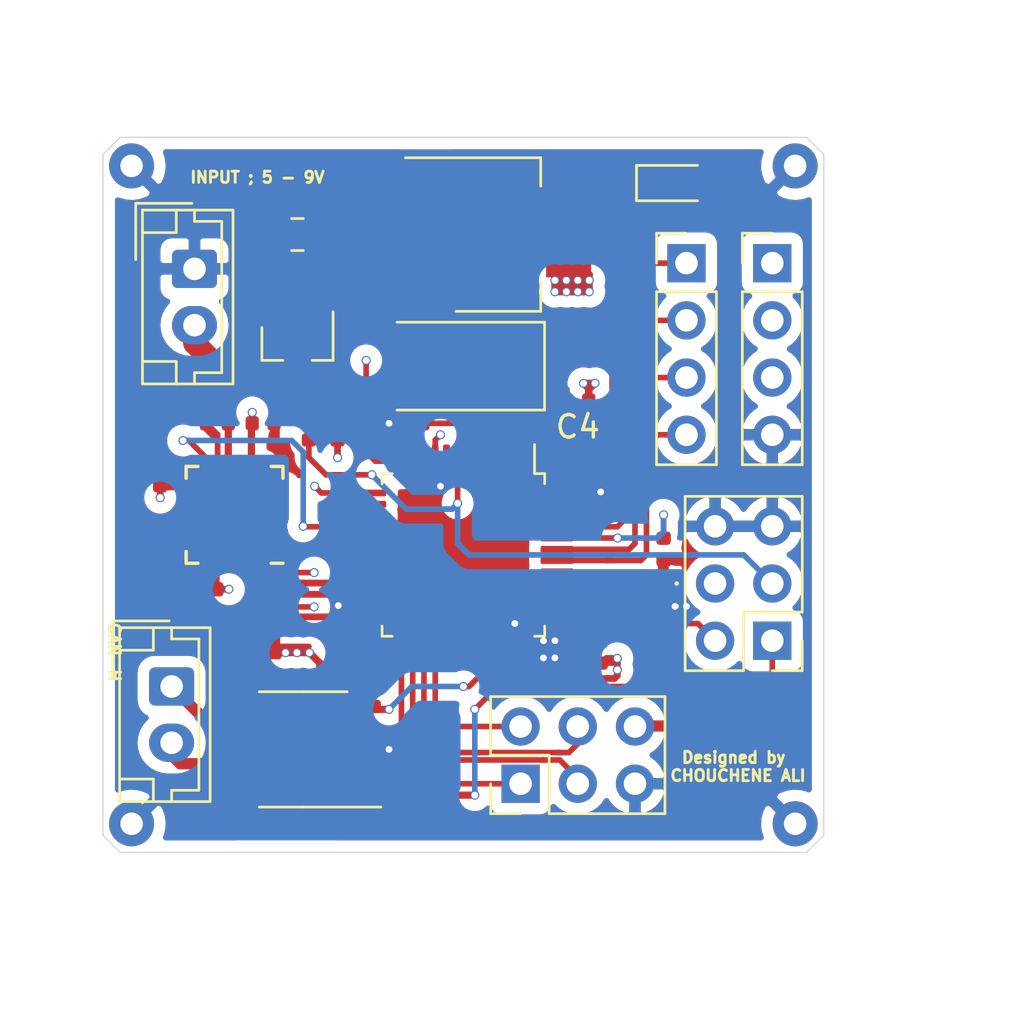
<source format=kicad_pcb>
(kicad_pcb (version 20171130) (host pcbnew "(5.1.6)-1")
  (layers (0 F.Cu signal) (1 In1.Cu signal) (2 In2.Cu signal) (31 B.Cu signal) (34 B.Paste user) (35 F.Paste user) (36 B.SilkS user) (37 F.SilkS user) (38 B.Mask user) (39 F.Mask user) (44 Edge.Cuts user))
  (net 0 "")
  (net 1 GND)
  (net 2 "Net-(C1-Pad1)")
  (net 3 v1)
  (net 4 NRST)
  (net 5 "Net-(C13-Pad1)")
  (net 6 "Net-(C14-Pad1)")
  (net 7 XTAL_IN)
  (net 8 XTAL_OUT)
  (net 9 "Net-(D1-Pad2)")
  (net 10 "Net-(D2-Pad2)")
  (net 11 +9V)
  (net 12 SWDIO)
  (net 13 SWCLK)
  (net 14 USART2_TX)
  (net 15 USART2_RX)
  (net 16 MOSI)
  (net 17 MISO)
  (net 18 SCK)
  (net 19 SS)
  (net 20 IO0)
  (net 21 IO1)
  (net 22 IO3)
  (net 23 "Net-(J6-Pad1)")
  (net 24 "Net-(J6-Pad2)")
  (net 25 SDA)
  (net 26 SCL)
  (net 27 "Net-(R3-Pad1)")
  (net 28 BOOT)
  (net 29 CAN_RX)
  (net 30 CAN_TX)
  (net 31 INT)
  (net 32 IO2)
  (net 33 PB4)
  (net 34 PA15)
  (module MountingHole:MountingHole_2.2mm_M2_DIN965_Pad (layer F.Cu) (at 99.314 73.66)
    (fp_text reference H4)
    (fp_text value GND)
    (pad 1 thru_hole circle (at 0 0) (size 2 2) (drill 1) (layers *.Cu *.Mask) (net 1 GND))
  )
  (module MountingHole:MountingHole_2.2mm_M2_DIN965_Pad (layer F.Cu) (at 128.778 102.87)
    (fp_text reference H3)
    (fp_text value GND)
    (pad 1 thru_hole circle (at 0 0) (size 2 2) (drill 1) (layers *.Cu *.Mask) (net 1 GND))
  )
  (module MountingHole:MountingHole_2.2mm_M2_DIN965_Pad (layer F.Cu) (at 128.778 73.66)
    (fp_text reference H2)
    (fp_text value GND)
    (pad 1 thru_hole circle (at 0 0) (size 2 2) (drill 1) (layers *.Cu *.Mask) (net 1 GND))
  )
  (module MountingHole:MountingHole_2.2mm_M2_DIN965_Pad (layer F.Cu) (at 99.314 102.87)
    (fp_text reference H1)
    (fp_text value GND)
    (pad 1 thru_hole circle (at 0 0) (size 2 2) (drill 1) (layers *.Cu *.Mask) (net 1 GND))
  )
  (module Capacitor_SMD:C_0805_2012Metric_Pad1.15x1.40mm_HandSolder (layer F.Cu) (at 106.68 76.708)
    (fp_text reference C1)
    (fp_text value 100nF)
    (pad 2 smd roundrect (at 1.025 0) (size 1.15 1.4) (layers F.Cu F.Paste F.Mask) (roundrect_rratio 0.217391) (net 1 GND))
    (pad 1 smd roundrect (at -1.025 0) (size 1.15 1.4) (layers F.Cu F.Paste F.Mask) (roundrect_rratio 0.217391) (net 2 "Net-(C1-Pad1)"))
  )
  (module LED_SMD:LED_0402_1005Metric (layer F.Cu) (at 122.428 92.202 180)
    (fp_text reference D2)
    (fp_text value LED)
    (pad 2 smd roundrect (at 0.485 0 180) (size 0.59 0.64) (layers F.Cu F.Paste F.Mask) (net 10 "Net-(D2-Pad2)"))
    (pad 1 smd roundrect (at -0.485 0 180) (size 0.59 0.64) (layers F.Cu F.Paste F.Mask) (net 1 GND))
  )
  (module LED_SMD:LED_0402_1005Metric (layer F.Cu) (at 122.428 93.218 180)
    (fp_text reference D1)
    (fp_text value LED)
    (pad 2 smd roundrect (at 0.485 0 180) (size 0.59 0.64) (layers F.Cu F.Paste F.Mask) (net 9 "Net-(D1-Pad2)"))
    (pad 1 smd roundrect (at -0.485 0 180) (size 0.59 0.64) (layers F.Cu F.Paste F.Mask) (net 1 GND))
  )
  (module Crystal:Crystal_SMD_0603-2Pin_6.0x3.5mm (layer F.Cu) (at 114.3 82.55 180)
    (fp_text reference Y1)
    (fp_text value 8MHz)
    (pad 2 smd rect (at 2.2 0 180) (size 1.9 2.5) (layers F.Cu F.Paste F.Mask) (net 8 XTAL_OUT))
    (pad 1 smd rect (at -2.2 0 180) (size 1.9 2.5) (layers F.Cu F.Paste F.Mask) (net 7 XTAL_IN))
  )
  (module Connector_JST:JST_EH_B2B-EH-A_1x02_P2.50mm_Vertical (layer F.Cu) (at 102.108 78.232 270)
    (fp_text reference J1)
    (fp_text value "Power Input")
    (pad 2 thru_hole oval (at 2.5 0 270) (size 1.7 2) (drill 1) (layers *.Cu *.Mask) (net 11 +9V))
    (pad 1 thru_hole roundrect (at 0 0 270) (size 1.7 2) (drill 1) (layers *.Cu *.Mask) (roundrect_rratio 0.147059) (net 1 GND))
  )
  (module Connector_PinHeader_2.54mm:PinHeader_1x04_P2.54mm_Vertical (layer F.Cu) (at 123.952 77.978)
    (fp_text reference J5)
    (fp_text value GPIO)
    (pad 4 thru_hole oval (at 0 7.62) (size 1.7 1.7) (drill 1) (layers *.Cu *.Mask) (net 20 IO0))
    (pad 3 thru_hole oval (at 0 5.08) (size 1.7 1.7) (drill 1) (layers *.Cu *.Mask) (net 21 IO1))
    (pad 2 thru_hole oval (at 0 2.54) (size 1.7 1.7) (drill 1) (layers *.Cu *.Mask) (net 32 IO2))
    (pad 1 thru_hole rect (at 0 0) (size 1.7 1.7) (drill 1) (layers *.Cu *.Mask) (net 22 IO3))
  )
  (module Connector_PinHeader_2.54mm:PinHeader_2x03_P2.54mm_Vertical (layer F.Cu) (at 116.586 101.092 90)
    (fp_text reference J4)
    (fp_text value "SPI ")
    (pad 6 thru_hole oval (at 2.54 5.08 90) (size 1.7 1.7) (drill 1) (layers *.Cu *.Mask) (net 3 v1))
    (pad 5 thru_hole oval (at 0 5.08 90) (size 1.7 1.7) (drill 1) (layers *.Cu *.Mask) (net 1 GND))
    (pad 4 thru_hole oval (at 2.54 2.54 90) (size 1.7 1.7) (drill 1) (layers *.Cu *.Mask) (net 17 MISO))
    (pad 3 thru_hole oval (at 0 2.54 90) (size 1.7 1.7) (drill 1) (layers *.Cu *.Mask) (net 18 SCK))
    (pad 2 thru_hole oval (at 2.54 0 90) (size 1.7 1.7) (drill 1) (layers *.Cu *.Mask) (net 16 MOSI))
    (pad 1 thru_hole rect (at 0 0 90) (size 1.7 1.7) (drill 1) (layers *.Cu *.Mask) (net 19 SS))
  )
  (module Connector_PinHeader_2.54mm:PinHeader_1x04_P2.54mm_Vertical (layer F.Cu) (at 127.762 77.978)
    (fp_text reference J3)
    (fp_text value USART2)
    (pad 4 thru_hole oval (at 0 7.62) (size 1.7 1.7) (drill 1) (layers *.Cu *.Mask) (net 1 GND))
    (pad 3 thru_hole oval (at 0 5.08) (size 1.7 1.7) (drill 1) (layers *.Cu *.Mask) (net 15 USART2_RX))
    (pad 2 thru_hole oval (at 0 2.54) (size 1.7 1.7) (drill 1) (layers *.Cu *.Mask) (net 14 USART2_TX))
    (pad 1 thru_hole rect (at 0 0) (size 1.7 1.7) (drill 1) (layers *.Cu *.Mask) (net 3 v1))
  )
  (module Connector_PinHeader_2.54mm:PinHeader_2x03_P2.54mm_Vertical (layer F.Cu) (at 127.762 94.742 180)
    (fp_text reference J2)
    (fp_text value SWD)
    (pad 6 thru_hole oval (at 2.54 5.08 180) (size 1.7 1.7) (drill 1) (layers *.Cu *.Mask) (net 1 GND))
    (pad 5 thru_hole oval (at 0 5.08 180) (size 1.7 1.7) (drill 1) (layers *.Cu *.Mask) (net 1 GND))
    (pad 4 thru_hole oval (at 2.54 2.54 180) (size 1.7 1.7) (drill 1) (layers *.Cu *.Mask) (net 3 v1))
    (pad 3 thru_hole oval (at 0 2.54 180) (size 1.7 1.7) (drill 1) (layers *.Cu *.Mask) (net 4 NRST))
    (pad 2 thru_hole oval (at 2.54 0 180) (size 1.7 1.7) (drill 1) (layers *.Cu *.Mask) (net 13 SWCLK))
    (pad 1 thru_hole rect (at 0 0 180) (size 1.7 1.7) (drill 1) (layers *.Cu *.Mask) (net 12 SWDIO))
  )
  (module Capacitor_SMD:C_0402_1005Metric (layer F.Cu) (at 105.156 85.09)
    (fp_text reference C2)
    (fp_text value 10nF)
    (pad 1 smd roundrect (at -0.485 0) (size 0.59 0.64) (layers F.Cu F.Paste F.Mask) (net 3 v1))
    (pad 2 smd roundrect (at 0.485 0) (size 0.59 0.64) (layers F.Cu F.Paste F.Mask) (net 1 GND))
  )
  (module Capacitor_SMD:C_0402_1005Metric (layer F.Cu) (at 107.188 85.344 90)
    (fp_text reference C3)
    (fp_text value 100nF)
    (pad 2 smd roundrect (at 0.485 0 90) (size 0.59 0.64) (layers F.Cu F.Paste F.Mask) (net 1 GND))
    (pad 1 smd roundrect (at -0.485 0 90) (size 0.59 0.64) (layers F.Cu F.Paste F.Mask) (net 4 NRST))
  )
  (module Capacitor_SMD:C_0402_1005Metric (layer F.Cu) (at 119.126 84.074 180)
    (fp_text reference C4 (at 0 -1.17) (layer F.SilkS))
    (fp_text value 100nF)
    (pad 2 smd roundrect (at 0.485 0 180) (size 0.59 0.64) (layers F.Cu F.Paste F.Mask) (net 1 GND))
    (pad 1 smd roundrect (at -0.485 0 180) (size 0.59 0.64) (layers F.Cu F.Paste F.Mask) (net 3 v1))
  )
  (module Capacitor_SMD:C_0402_1005Metric (layer F.Cu) (at 108.458 85.344 270)
    (fp_text reference C5)
    (fp_text value 100nF)
    (pad 1 smd roundrect (at -0.485 0 270) (size 0.59 0.64) (layers F.Cu F.Paste F.Mask) (net 1 GND))
    (pad 2 smd roundrect (at 0.485 0 270) (size 0.59 0.64) (layers F.Cu F.Paste F.Mask) (net 3 v1))
  )
  (module Capacitor_SMD:C_0402_1005Metric (layer F.Cu) (at 120.142 95.25 90)
    (fp_text reference C6)
    (fp_text value 100nF)
    (pad 2 smd roundrect (at 0.485 0 90) (size 0.59 0.64) (layers F.Cu F.Paste F.Mask) (net 1 GND))
    (pad 1 smd roundrect (at -0.485 0 90) (size 0.59 0.64) (layers F.Cu F.Paste F.Mask) (net 3 v1))
  )
  (module Capacitor_SMD:C_0402_1005Metric (layer F.Cu) (at 105.664 95.758 270)
    (fp_text reference C7)
    (fp_text value 100nF)
    (pad 2 smd roundrect (at 0.485 0 270) (size 0.59 0.64) (layers F.Cu F.Paste F.Mask) (net 1 GND))
    (pad 1 smd roundrect (at -0.485 0 270) (size 0.59 0.64) (layers F.Cu F.Paste F.Mask) (net 3 v1))
  )
  (module Capacitor_SMD:C_0402_1005Metric (layer F.Cu) (at 119.126 85.09 180)
    (fp_text reference C8)
    (fp_text value 100nF)
    (pad 2 smd roundrect (at 0.485 0 180) (size 0.59 0.64) (layers F.Cu F.Paste F.Mask) (net 1 GND))
    (pad 1 smd roundrect (at -0.485 0 180) (size 0.59 0.64) (layers F.Cu F.Paste F.Mask) (net 3 v1))
  )
  (module Capacitor_SMD:C_0402_1005Metric (layer F.Cu) (at 119.126 95.25 90)
    (fp_text reference C9)
    (fp_text value 4.7uF)
    (pad 1 smd roundrect (at -0.485 0 90) (size 0.59 0.64) (layers F.Cu F.Paste F.Mask) (net 3 v1))
    (pad 2 smd roundrect (at 0.485 0 90) (size 0.59 0.64) (layers F.Cu F.Paste F.Mask) (net 1 GND))
  )
  (module Capacitor_SMD:C_0402_1005Metric (layer F.Cu) (at 104.648 95.758 270)
    (fp_text reference C10)
    (fp_text value 4.7uF)
    (pad 1 smd roundrect (at -0.485 0 270) (size 0.59 0.64) (layers F.Cu F.Paste F.Mask) (net 3 v1))
    (pad 2 smd roundrect (at 0.485 0 270) (size 0.59 0.64) (layers F.Cu F.Paste F.Mask) (net 1 GND))
  )
  (module Capacitor_SMD:C_0402_1005Metric (layer F.Cu) (at 119.126 86.106 180)
    (fp_text reference C11)
    (fp_text value 4.7uF)
    (pad 1 smd roundrect (at -0.485 0 180) (size 0.59 0.64) (layers F.Cu F.Paste F.Mask) (net 3 v1))
    (pad 2 smd roundrect (at 0.485 0 180) (size 0.59 0.64) (layers F.Cu F.Paste F.Mask) (net 1 GND))
  )
  (module Capacitor_SMD:C_0402_1005Metric (layer F.Cu) (at 100.584 87.376 90)
    (fp_text reference C12)
    (fp_text value 100nF)
    (pad 1 smd roundrect (at -0.485 0 90) (size 0.59 0.64) (layers F.Cu F.Paste F.Mask) (net 3 v1))
    (pad 2 smd roundrect (at 0.485 0 90) (size 0.59 0.64) (layers F.Cu F.Paste F.Mask) (net 1 GND))
  )
  (module Capacitor_SMD:C_0402_1005Metric (layer F.Cu) (at 103.124 85.09 180)
    (fp_text reference C13)
    (fp_text value 100nF)
    (pad 2 smd roundrect (at 0.485 0 180) (size 0.59 0.64) (layers F.Cu F.Paste F.Mask) (net 1 GND))
    (pad 1 smd roundrect (at -0.485 0 180) (size 0.59 0.64) (layers F.Cu F.Paste F.Mask) (net 5 "Net-(C13-Pad1)"))
  )
  (module Capacitor_SMD:C_0402_1005Metric (layer F.Cu) (at 102.616 92.456 180)
    (fp_text reference C14)
    (fp_text value 2.2uF)
    (pad 1 smd roundrect (at -0.485 0 180) (size 0.59 0.64) (layers F.Cu F.Paste F.Mask) (net 6 "Net-(C14-Pad1)"))
    (pad 2 smd roundrect (at 0.485 0 180) (size 0.59 0.64) (layers F.Cu F.Paste F.Mask) (net 1 GND))
  )
  (module Capacitor_SMD:C_0402_1005Metric (layer F.Cu) (at 124.206 98.044 90)
    (fp_text reference C15)
    (fp_text value 100nF)
    (pad 1 smd roundrect (at -0.485 0 90) (size 0.59 0.64) (layers F.Cu F.Paste F.Mask) (net 3 v1))
    (pad 2 smd roundrect (at 0.485 0 90) (size 0.59 0.64) (layers F.Cu F.Paste F.Mask) (net 1 GND))
  )
  (module Capacitor_SMD:C_0402_1005Metric (layer F.Cu) (at 107.188 102.87 180)
    (fp_text reference C16)
    (fp_text value 100nF)
    (pad 1 smd roundrect (at -0.485 0 180) (size 0.59 0.64) (layers F.Cu F.Paste F.Mask) (net 3 v1))
    (pad 2 smd roundrect (at 0.485 0 180) (size 0.59 0.64) (layers F.Cu F.Paste F.Mask) (net 1 GND))
  )
  (module Capacitor_Tantalum_SMD:CP_EIA-2012-12_Kemet-R (layer F.Cu) (at 123.444 74.422)
    (fp_text reference C17)
    (fp_text value 470nF)
    (pad 1 smd roundrect (at -0.8875 0) (size 1.125 1.05) (layers F.Cu F.Paste F.Mask) (roundrect_rratio 0.238095) (net 3 v1))
    (pad 2 smd roundrect (at 0.8875 0) (size 1.125 1.05) (layers F.Cu F.Paste F.Mask) (roundrect_rratio 0.238095) (net 1 GND))
  )
  (module Capacitor_SMD:C_0402_1005Metric (layer F.Cu) (at 116.586 85.09)
    (fp_text reference C18)
    (fp_text value 22pF)
    (pad 2 smd roundrect (at 0.485 0) (size 0.59 0.64) (layers F.Cu F.Paste F.Mask) (net 1 GND))
    (pad 1 smd roundrect (at -0.485 0) (size 0.59 0.64) (layers F.Cu F.Paste F.Mask) (net 7 XTAL_IN))
  )
  (module Capacitor_SMD:C_0402_1005Metric (layer F.Cu) (at 111.76 85.09 180)
    (fp_text reference C19)
    (fp_text value 22pF)
    (pad 2 smd roundrect (at 0.485 0 180) (size 0.59 0.64) (layers F.Cu F.Paste F.Mask) (net 1 GND))
    (pad 1 smd roundrect (at -0.485 0 180) (size 0.59 0.64) (layers F.Cu F.Paste F.Mask) (net 8 XTAL_OUT))
  )
  (module Connector_JST:JST_EH_B2B-EH-A_1x02_P2.50mm_Vertical (layer F.Cu) (at 101.092 96.774 270)
    (fp_text reference J6)
    (fp_text value "CAN BUS")
    (pad 1 thru_hole roundrect (at 0 0 270) (size 1.7 2) (drill 1) (layers *.Cu *.Mask) (roundrect_rratio 0.147059) (net 23 "Net-(J6-Pad1)"))
    (pad 2 thru_hole oval (at 2.5 0 270) (size 1.7 2) (drill 1) (layers *.Cu *.Mask) (net 24 "Net-(J6-Pad2)"))
  )
  (module Package_TO_SOT_SMD:SOT-23 (layer F.Cu) (at 106.68 81.534 270)
    (fp_text reference Q1)
    (fp_text value AO3401A)
    (pad 1 smd rect (at -1 -0.95 270) (size 0.9 0.8) (layers F.Cu F.Paste F.Mask) (net 1 GND))
    (pad 2 smd rect (at -1 0.95 270) (size 0.9 0.8) (layers F.Cu F.Paste F.Mask) (net 2 "Net-(C1-Pad1)"))
    (pad 3 smd rect (at 1 0 270) (size 0.9 0.8) (layers F.Cu F.Paste F.Mask) (net 11 +9V))
  )
  (module Resistor_SMD:R_0402_1005Metric (layer F.Cu) (at 105.664 93.726 90)
    (fp_text reference R1)
    (fp_text value 4.7K)
    (pad 1 smd roundrect (at -0.485 0 90) (size 0.59 0.64) (layers F.Cu F.Paste F.Mask) (net 3 v1))
    (pad 2 smd roundrect (at 0.485 0 90) (size 0.59 0.64) (layers F.Cu F.Paste F.Mask) (net 25 SDA))
  )
  (module Resistor_SMD:R_0402_1005Metric (layer F.Cu) (at 104.648 93.726 90)
    (fp_text reference R2)
    (fp_text value 4.7K)
    (pad 2 smd roundrect (at 0.485 0 90) (size 0.59 0.64) (layers F.Cu F.Paste F.Mask) (net 26 SCL))
    (pad 1 smd roundrect (at -0.485 0 90) (size 0.59 0.64) (layers F.Cu F.Paste F.Mask) (net 3 v1))
  )
  (module Resistor_SMD:R_0402_1005Metric (layer F.Cu) (at 105.156 102.87)
    (fp_text reference R3)
    (fp_text value 100K)
    (pad 1 smd roundrect (at -0.485 0) (size 0.59 0.64) (layers F.Cu F.Paste F.Mask) (net 27 "Net-(R3-Pad1)"))
    (pad 2 smd roundrect (at 0.485 0) (size 0.59 0.64) (layers F.Cu F.Paste F.Mask) (net 1 GND))
  )
  (module Resistor_SMD:R_0402_1005Metric (layer F.Cu) (at 120.396 93.218 180)
    (fp_text reference R4)
    (fp_text value 1K)
    (pad 2 smd roundrect (at 0.485 0 180) (size 0.59 0.64) (layers F.Cu F.Paste F.Mask) (net 34 PA15))
    (pad 1 smd roundrect (at -0.485 0 180) (size 0.59 0.64) (layers F.Cu F.Paste F.Mask) (net 9 "Net-(D1-Pad2)"))
  )
  (module Resistor_SMD:R_0402_1005Metric (layer F.Cu) (at 120.396 92.202 180)
    (fp_text reference R5)
    (fp_text value 1K)
    (pad 1 smd roundrect (at -0.485 0 180) (size 0.59 0.64) (layers F.Cu F.Paste F.Mask) (net 10 "Net-(D2-Pad2)"))
    (pad 2 smd roundrect (at 0.485 0 180) (size 0.59 0.64) (layers F.Cu F.Paste F.Mask) (net 33 PB4))
  )
  (module Resistor_SMD:R_0402_1005Metric (layer F.Cu) (at 122.936 90.678 90)
    (fp_text reference R6)
    (fp_text value 10k)
    (pad 2 smd roundrect (at 0.485 0 90) (size 0.59 0.64) (layers F.Cu F.Paste F.Mask) (net 28 BOOT))
    (pad 1 smd roundrect (at -0.485 0 90) (size 0.59 0.64) (layers F.Cu F.Paste F.Mask) (net 1 GND))
  )
  (module Resistor_SMD:R_0402_1005Metric (layer F.Cu) (at 114.554 85.09 180)
    (fp_text reference R7)
    (fp_text value 1M)
    (pad 1 smd roundrect (at -0.485 0 180) (size 0.59 0.64) (layers F.Cu F.Paste F.Mask) (net 7 XTAL_IN))
    (pad 2 smd roundrect (at 0.485 0 180) (size 0.59 0.64) (layers F.Cu F.Paste F.Mask) (net 8 XTAL_OUT))
  )
  (module Package_TO_SOT_SMD:SOT-223-3_TabPin2 (layer F.Cu) (at 115.57 76.708)
    (fp_text reference U1)
    (fp_text value AMS1117-3.3)
    (pad 2 smd rect (at 3.15 0) (size 2 3.8) (layers F.Cu F.Paste F.Mask) (net 3 v1))
    (pad 2 smd rect (at -3.15 0) (size 2 1.5) (layers F.Cu F.Paste F.Mask) (net 3 v1))
    (pad 3 smd rect (at -3.15 2.3) (size 2 1.5) (layers F.Cu F.Paste F.Mask) (net 2 "Net-(C1-Pad1)"))
    (pad 1 smd rect (at -3.15 -2.3) (size 2 1.5) (layers F.Cu F.Paste F.Mask) (net 1 GND))
  )
  (module Package_QFP:LQFP-48_7x7mm_P0.5mm (layer F.Cu) (at 114.046 90.932 270)
    (fp_text reference U2)
    (fp_text value STM32F103C8Tx)
    (pad 1 smd roundrect (at -4.1625 -2.75 270) (size 1.475 0.3) (layers F.Cu F.Paste F.Mask) (net 3 v1))
    (pad 2 smd roundrect (at -4.1625 -2.25 270) (size 1.475 0.3) (layers F.Cu F.Paste F.Mask))
    (pad 3 smd roundrect (at -4.1625 -1.75 270) (size 1.475 0.3) (layers F.Cu F.Paste F.Mask))
    (pad 4 smd roundrect (at -4.1625 -1.25 270) (size 1.475 0.3) (layers F.Cu F.Paste F.Mask))
    (pad 5 smd roundrect (at -4.1625 -0.75 270) (size 1.475 0.3) (layers F.Cu F.Paste F.Mask) (net 7 XTAL_IN))
    (pad 6 smd roundrect (at -4.1625 -0.25 270) (size 1.475 0.3) (layers F.Cu F.Paste F.Mask) (net 8 XTAL_OUT))
    (pad 7 smd roundrect (at -4.1625 0.25 270) (size 1.475 0.3) (layers F.Cu F.Paste F.Mask) (net 4 NRST))
    (pad 8 smd roundrect (at -4.1625 0.75 270) (size 1.475 0.3) (layers F.Cu F.Paste F.Mask) (net 1 GND))
    (pad 9 smd roundrect (at -4.1625 1.25 270) (size 1.475 0.3) (layers F.Cu F.Paste F.Mask) (net 3 v1))
    (pad 10 smd roundrect (at -4.1625 1.75 270) (size 1.475 0.3) (layers F.Cu F.Paste F.Mask))
    (pad 11 smd roundrect (at -4.1625 2.25 270) (size 1.475 0.3) (layers F.Cu F.Paste F.Mask))
    (pad 12 smd roundrect (at -4.1625 2.75 270) (size 1.475 0.3) (layers F.Cu F.Paste F.Mask) (net 14 USART2_TX))
    (pad 13 smd roundrect (at -2.75 4.1625 270) (size 0.3 1.475) (layers F.Cu F.Paste F.Mask) (net 15 USART2_RX))
    (pad 14 smd roundrect (at -2.25 4.1625 270) (size 0.3 1.475) (layers F.Cu F.Paste F.Mask))
    (pad 15 smd roundrect (at -1.75 4.1625 270) (size 0.3 1.475) (layers F.Cu F.Paste F.Mask))
    (pad 16 smd roundrect (at -1.25 4.1625 270) (size 0.3 1.475) (layers F.Cu F.Paste F.Mask) (net 31 INT))
    (pad 17 smd roundrect (at -0.75 4.1625 270) (size 0.3 1.475) (layers F.Cu F.Paste F.Mask))
    (pad 18 smd roundrect (at -0.25 4.1625 270) (size 0.3 1.475) (layers F.Cu F.Paste F.Mask))
    (pad 19 smd roundrect (at 0.25 4.1625 270) (size 0.3 1.475) (layers F.Cu F.Paste F.Mask))
    (pad 20 smd roundrect (at 0.75 4.1625 270) (size 0.3 1.475) (layers F.Cu F.Paste F.Mask))
    (pad 21 smd roundrect (at 1.25 4.1625 270) (size 0.3 1.475) (layers F.Cu F.Paste F.Mask) (net 26 SCL))
    (pad 22 smd roundrect (at 1.75 4.1625 270) (size 0.3 1.475) (layers F.Cu F.Paste F.Mask) (net 25 SDA))
    (pad 23 smd roundrect (at 2.25 4.1625 270) (size 0.3 1.475) (layers F.Cu F.Paste F.Mask) (net 1 GND))
    (pad 24 smd roundrect (at 2.75 4.1625 270) (size 0.3 1.475) (layers F.Cu F.Paste F.Mask) (net 3 v1))
    (pad 25 smd roundrect (at 4.1625 2.75 270) (size 1.475 0.3) (layers F.Cu F.Paste F.Mask) (net 19 SS))
    (pad 26 smd roundrect (at 4.1625 2.25 270) (size 1.475 0.3) (layers F.Cu F.Paste F.Mask) (net 18 SCK))
    (pad 27 smd roundrect (at 4.1625 1.75 270) (size 1.475 0.3) (layers F.Cu F.Paste F.Mask) (net 17 MISO))
    (pad 28 smd roundrect (at 4.1625 1.25 270) (size 1.475 0.3) (layers F.Cu F.Paste F.Mask) (net 16 MOSI))
    (pad 29 smd roundrect (at 4.1625 0.75 270) (size 1.475 0.3) (layers F.Cu F.Paste F.Mask))
    (pad 30 smd roundrect (at 4.1625 0.25 270) (size 1.475 0.3) (layers F.Cu F.Paste F.Mask))
    (pad 31 smd roundrect (at 4.1625 -0.25 270) (size 1.475 0.3) (layers F.Cu F.Paste F.Mask))
    (pad 32 smd roundrect (at 4.1625 -0.75 270) (size 1.475 0.3) (layers F.Cu F.Paste F.Mask) (net 29 CAN_RX))
    (pad 33 smd roundrect (at 4.1625 -1.25 270) (size 1.475 0.3) (layers F.Cu F.Paste F.Mask) (net 30 CAN_TX))
    (pad 34 smd roundrect (at 4.1625 -1.75 270) (size 1.475 0.3) (layers F.Cu F.Paste F.Mask) (net 12 SWDIO))
    (pad 35 smd roundrect (at 4.1625 -2.25 270) (size 1.475 0.3) (layers F.Cu F.Paste F.Mask) (net 1 GND))
    (pad 36 smd roundrect (at 4.1625 -2.75 270) (size 1.475 0.3) (layers F.Cu F.Paste F.Mask) (net 3 v1))
    (pad 37 smd roundrect (at 2.75 -4.1625 270) (size 0.3 1.475) (layers F.Cu F.Paste F.Mask) (net 13 SWCLK))
    (pad 38 smd roundrect (at 2.25 -4.1625 270) (size 0.3 1.475) (layers F.Cu F.Paste F.Mask) (net 34 PA15))
    (pad 39 smd roundrect (at 1.75 -4.1625 270) (size 0.3 1.475) (layers F.Cu F.Paste F.Mask))
    (pad 40 smd roundrect (at 1.25 -4.1625 270) (size 0.3 1.475) (layers F.Cu F.Paste F.Mask) (net 33 PB4))
    (pad 41 smd roundrect (at 0.75 -4.1625 270) (size 0.3 1.475) (layers F.Cu F.Paste F.Mask))
    (pad 42 smd roundrect (at 0.25 -4.1625 270) (size 0.3 1.475) (layers F.Cu F.Paste F.Mask) (net 20 IO0))
    (pad 43 smd roundrect (at -0.25 -4.1625 270) (size 0.3 1.475) (layers F.Cu F.Paste F.Mask) (net 21 IO1))
    (pad 44 smd roundrect (at -0.75 -4.1625 270) (size 0.3 1.475) (layers F.Cu F.Paste F.Mask) (net 28 BOOT))
    (pad 45 smd roundrect (at -1.25 -4.1625 270) (size 0.3 1.475) (layers F.Cu F.Paste F.Mask) (net 32 IO2))
    (pad 46 smd roundrect (at -1.75 -4.1625 270) (size 0.3 1.475) (layers F.Cu F.Paste F.Mask) (net 22 IO3))
    (pad 47 smd roundrect (at -2.25 -4.1625 270) (size 0.3 1.475) (layers F.Cu F.Paste F.Mask) (net 1 GND))
    (pad 48 smd roundrect (at -2.75 -4.1625 270) (size 0.3 1.475) (layers F.Cu F.Paste F.Mask) (net 3 v1))
  )
  (module Sensor_Motion:InvenSense_QFN-24_4x4mm_P0.5mm (layer F.Cu) (at 103.886 89.154 180)
    (fp_text reference U3)
    (fp_text value MPU-6050)
    (pad 1 smd roundrect (at -1.95 -1.25 180) (size 0.85 0.3) (layers F.Cu F.Paste F.Mask) (net 1 GND))
    (pad 2 smd roundrect (at -1.95 -0.75 180) (size 0.85 0.3) (layers F.Cu F.Paste F.Mask))
    (pad 3 smd roundrect (at -1.95 -0.25 180) (size 0.85 0.3) (layers F.Cu F.Paste F.Mask))
    (pad 4 smd roundrect (at -1.95 0.25 180) (size 0.85 0.3) (layers F.Cu F.Paste F.Mask))
    (pad 5 smd roundrect (at -1.95 0.75 180) (size 0.85 0.3) (layers F.Cu F.Paste F.Mask))
    (pad 6 smd roundrect (at -1.95 1.25 180) (size 0.85 0.3) (layers F.Cu F.Paste F.Mask))
    (pad 7 smd roundrect (at -1.25 1.95 270) (size 0.85 0.3) (layers F.Cu F.Paste F.Mask))
    (pad 8 smd roundrect (at -0.75 1.95 270) (size 0.85 0.3) (layers F.Cu F.Paste F.Mask) (net 3 v1))
    (pad 9 smd roundrect (at -0.25 1.95 270) (size 0.85 0.3) (layers F.Cu F.Paste F.Mask))
    (pad 10 smd roundrect (at 0.25 1.95 270) (size 0.85 0.3) (layers F.Cu F.Paste F.Mask) (net 5 "Net-(C13-Pad1)"))
    (pad 11 smd roundrect (at 0.75 1.95 270) (size 0.85 0.3) (layers F.Cu F.Paste F.Mask) (net 1 GND))
    (pad 12 smd roundrect (at 1.25 1.95 270) (size 0.85 0.3) (layers F.Cu F.Paste F.Mask) (net 31 INT))
    (pad 13 smd roundrect (at 1.95 1.25 180) (size 0.85 0.3) (layers F.Cu F.Paste F.Mask) (net 3 v1))
    (pad 14 smd roundrect (at 1.95 0.75 180) (size 0.85 0.3) (layers F.Cu F.Paste F.Mask))
    (pad 15 smd roundrect (at 1.95 0.25 180) (size 0.85 0.3) (layers F.Cu F.Paste F.Mask))
    (pad 16 smd roundrect (at 1.95 -0.25 180) (size 0.85 0.3) (layers F.Cu F.Paste F.Mask))
    (pad 17 smd roundrect (at 1.95 -0.75 180) (size 0.85 0.3) (layers F.Cu F.Paste F.Mask))
    (pad 18 smd roundrect (at 1.95 -1.25 180) (size 0.85 0.3) (layers F.Cu F.Paste F.Mask) (net 1 GND))
    (pad 19 smd roundrect (at 1.25 -1.95 270) (size 0.85 0.3) (layers F.Cu F.Paste F.Mask))
    (pad 20 smd roundrect (at 0.75 -1.95 270) (size 0.85 0.3) (layers F.Cu F.Paste F.Mask) (net 6 "Net-(C14-Pad1)"))
    (pad 21 smd roundrect (at 0.25 -1.95 270) (size 0.85 0.3) (layers F.Cu F.Paste F.Mask))
    (pad 22 smd roundrect (at -0.25 -1.95 270) (size 0.85 0.3) (layers F.Cu F.Paste F.Mask))
    (pad 23 smd roundrect (at -0.75 -1.95 270) (size 0.85 0.3) (layers F.Cu F.Paste F.Mask) (net 26 SCL))
    (pad 24 smd roundrect (at -1.25 -1.95 270) (size 0.85 0.3) (layers F.Cu F.Paste F.Mask) (net 25 SDA))
  )
  (module Package_SO:SOIC-8_3.9x4.9mm_P1.27mm (layer F.Cu) (at 106.934 99.568 180)
    (fp_text reference U4)
    (fp_text value SN65HVD230)
    (pad 1 smd roundrect (at -2.475 -1.905 180) (size 1.95 0.6) (layers F.Cu F.Paste F.Mask) (net 30 CAN_TX))
    (pad 2 smd roundrect (at -2.475 -0.635 180) (size 1.95 0.6) (layers F.Cu F.Paste F.Mask) (net 1 GND))
    (pad 3 smd roundrect (at -2.475 0.635 180) (size 1.95 0.6) (layers F.Cu F.Paste F.Mask) (net 3 v1))
    (pad 4 smd roundrect (at -2.475 1.905 180) (size 1.95 0.6) (layers F.Cu F.Paste F.Mask) (net 29 CAN_RX))
    (pad 5 smd roundrect (at 2.475 1.905 180) (size 1.95 0.6) (layers F.Cu F.Paste F.Mask))
    (pad 6 smd roundrect (at 2.475 0.635 180) (size 1.95 0.6) (layers F.Cu F.Paste F.Mask) (net 23 "Net-(J6-Pad1)"))
    (pad 7 smd roundrect (at 2.475 -0.635 180) (size 1.95 0.6) (layers F.Cu F.Paste F.Mask) (net 24 "Net-(J6-Pad2)"))
    (pad 8 smd roundrect (at 2.475 -1.905 180) (size 1.95 0.6) (layers F.Cu F.Paste F.Mask) (net 27 "Net-(R3-Pad1)"))
  )
  (gr_text CAN-H (at 98.552 95.25 270) (layer F.SilkS) (effects (font (size 0.5 0.5) (thickness 0.125))))
  (gr_text "INPUT ; 5 - 9V" (at 104.902 74.168) (layer F.SilkS) (effects (font (size 0.5 0.5) (thickness 0.125))))
  (gr_text "Designed by \nCHOUCHENE ALI" (at 126.238 100.33) (layer F.SilkS) (effects (font (size 0.5 0.5) (thickness 0.125))))
  (gr_line (start 129.286 72.39) (end 99.06 72.39) (layer Edge.Cuts) (width 0.05))
  (gr_line (start 130.048 73.66) (end 130.048 73.152) (layer Edge.Cuts) (width 0.05))
  (gr_line (start 130.048 103.378) (end 130.048 73.66) (layer Edge.Cuts) (width 0.05))
  (gr_line (start 98.806 104.14) (end 129.286 104.14) (layer Edge.Cuts) (width 0.05))
  (gr_line (start 98.044 73.152) (end 98.044 103.378) (layer Edge.Cuts) (width 0.05))
  (gr_line (start 99.06 72.39) (end 98.806 72.39) (layer Edge.Cuts) (width 0.05))
  (gr_line (start 98.806 72.39) (end 98.044 73.152) (layer Edge.Cuts) (width 0.05))
  (gr_line (start 129.286 72.39) (end 130.048 73.152) (layer Edge.Cuts) (width 0.05))
  (gr_line (start 130.048 103.378) (end 129.286 104.14) (layer Edge.Cuts) (width 0.05))
  (gr_line (start 98.044 103.378) (end 98.806 104.14) (layer Edge.Cuts) (width 0.05))
  (segment (start 102.362 78.232) (end 102.108 78.232) (width 1) (layer F.Cu) (net 1))
  (segment (start 122.913 93.218) (end 122.913 92.202) (width 0.25) (layer F.Cu) (net 1))
  (segment (start 122.913 91.186) (end 122.936 91.163) (width 0.25) (layer F.Cu) (net 1))
  (segment (start 122.913 92.202) (end 122.913 91.186) (width 0.25) (layer F.Cu) (net 1))
  (segment (start 117.071 85.09) (end 118.641 85.09) (width 0.4) (layer F.Cu) (net 1))
  (segment (start 118.641 86.106) (end 118.641 85.09) (width 0.4) (layer F.Cu) (net 1))
  (segment (start 118.641 85.09) (end 118.641 84.074) (width 0.4) (layer F.Cu) (net 1))
  (segment (start 102.131 92.456) (end 102.108 92.456) (width 0.32) (layer F.Cu) (net 1))
  (segment (start 111.275 85.09) (end 110.744 85.09) (width 0.25) (layer F.Cu) (net 1))
  (segment (start 110.744 85.09) (end 110.744 85.09) (width 0.25) (layer F.Cu) (net 1))
  (via (at 110.744 85.09) (size 0.4) (drill 0.3) (layers F.Cu B.Cu) (net 1))
  (segment (start 113.296 86.7695) (end 113.296 87.618) (width 0.25) (layer F.Cu) (net 1))
  (segment (start 113.296 87.618) (end 113.03 87.884) (width 0.25) (layer F.Cu) (net 1))
  (segment (start 113.03 87.884) (end 113.03 87.884) (width 0.25) (layer F.Cu) (net 1))
  (via (at 113.03 87.884) (size 0.4) (drill 0.3) (layers F.Cu B.Cu) (net 1))
  (segment (start 118.641 84.074) (end 118.641 83.843) (width 0.25) (layer F.Cu) (net 1))
  (segment (start 118.641 83.843) (end 118.11 83.312) (width 0.25) (layer F.Cu) (net 1))
  (segment (start 118.641 83.589) (end 118.364 83.312) (width 0.25) (layer F.Cu) (net 1))
  (segment (start 118.641 84.074) (end 118.641 83.589) (width 0.25) (layer F.Cu) (net 1))
  (segment (start 118.491 83.185) (end 118.364 83.058) (width 0.25) (layer F.Cu) (net 1))
  (segment (start 118.364 83.312) (end 118.491 83.185) (width 0.25) (layer F.Cu) (net 1))
  (via (at 117.602 94.742) (size 0.4) (drill 0.3) (layers F.Cu B.Cu) (net 1))
  (via (at 118.11 94.742) (size 0.4) (drill 0.3) (layers F.Cu B.Cu) (net 1))
  (via (at 117.602 95.504) (size 0.4) (drill 0.3) (layers F.Cu B.Cu) (net 1))
  (via (at 118.11 95.504) (size 0.4) (drill 0.3) (layers F.Cu B.Cu) (net 1))
  (segment (start 116.296 94.706) (end 116.332 94.67) (width 0.25) (layer F.Cu) (net 1))
  (segment (start 116.296 95.0945) (end 116.296 94.706) (width 0.25) (layer F.Cu) (net 1))
  (segment (start 116.332 94.67) (end 116.332 93.98) (width 0.25) (layer F.Cu) (net 1))
  (segment (start 116.332 93.98) (end 116.332 93.98) (width 0.25) (layer F.Cu) (net 1))
  (via (at 116.332 93.98) (size 0.4) (drill 0.3) (layers F.Cu B.Cu) (net 1))
  (segment (start 118.2085 88.682) (end 119.852 88.682) (width 0.25) (layer F.Cu) (net 1))
  (segment (start 119.852 88.682) (end 120.142 88.392) (width 0.25) (layer F.Cu) (net 1))
  (segment (start 120.142 88.392) (end 120.142 88.138) (width 0.25) (layer F.Cu) (net 1))
  (segment (start 120.142 88.138) (end 120.142 88.138) (width 0.25) (layer F.Cu) (net 1))
  (via (at 120.142 88.138) (size 0.4) (drill 0.3) (layers F.Cu B.Cu) (net 1))
  (segment (start 109.8835 93.182) (end 108.494 93.182) (width 0.25) (layer F.Cu) (net 1))
  (segment (start 108.494 93.182) (end 108.494 93.182) (width 0.25) (layer F.Cu) (net 1))
  (via (at 108.494 93.182) (size 0.4) (drill 0.3) (layers F.Cu B.Cu) (net 1))
  (segment (start 105.836 90.404) (end 101.936 90.404) (width 0.25) (layer F.Cu) (net 1))
  (segment (start 101.936 90.404) (end 101.112 90.404) (width 0.25) (layer F.Cu) (net 1))
  (segment (start 101.112 90.404) (end 100.838 90.678) (width 0.25) (layer F.Cu) (net 1))
  (segment (start 101.408 90.932) (end 101.092 90.932) (width 0.25) (layer F.Cu) (net 1))
  (segment (start 101.092 90.932) (end 101.346 90.678) (width 0.25) (layer F.Cu) (net 1))
  (segment (start 101.631 90.709) (end 101.408 90.932) (width 0.25) (layer F.Cu) (net 1))
  (segment (start 101.936 90.404) (end 101.631 90.709) (width 0.25) (layer F.Cu) (net 1))
  (segment (start 101.112 90.404) (end 101.092 90.424) (width 0.25) (layer F.Cu) (net 1))
  (segment (start 101.092 90.424) (end 101.346 90.424) (width 0.25) (layer F.Cu) (net 1))
  (segment (start 101.346 90.678) (end 101.377 90.709) (width 0.25) (layer F.Cu) (net 1))
  (segment (start 101.346 90.424) (end 101.346 90.678) (width 0.25) (layer F.Cu) (net 1))
  (segment (start 101.631 90.709) (end 101.377 90.709) (width 0.25) (layer F.Cu) (net 1))
  (segment (start 101.377 90.709) (end 101.123 90.709) (width 0.25) (layer F.Cu) (net 1))
  (segment (start 101.631 90.709) (end 101.346 90.424) (width 0.25) (layer F.Cu) (net 1))
  (segment (start 101.346 90.424) (end 101.092 90.678) (width 0.25) (layer F.Cu) (net 1))
  (segment (start 103.136 85.587) (end 102.639 85.09) (width 0.25) (layer F.Cu) (net 1))
  (segment (start 103.136 87.204) (end 103.136 85.587) (width 0.25) (layer F.Cu) (net 1))
  (segment (start 103.136 87.204) (end 103.136 85.864) (width 0.25) (layer F.Cu) (net 1))
  (segment (start 103.136 85.864) (end 102.616 85.344) (width 0.25) (layer F.Cu) (net 1))
  (segment (start 109.409 100.203) (end 110.617 100.203) (width 0.25) (layer F.Cu) (net 1))
  (segment (start 110.617 100.203) (end 110.744 100.076) (width 0.25) (layer F.Cu) (net 1))
  (segment (start 110.744 100.076) (end 110.744 99.568) (width 0.25) (layer F.Cu) (net 1))
  (segment (start 110.744 99.568) (end 110.744 99.568) (width 0.25) (layer F.Cu) (net 1))
  (via (at 110.744 99.568) (size 0.4) (drill 0.3) (layers F.Cu B.Cu) (net 1))
  (via (at 123.444 93.218) (size 0.4) (drill 0.3) (layers F.Cu B.Cu) (net 1))
  (via (at 123.952 93.218) (size 0.4) (drill 0.3) (layers F.Cu B.Cu) (net 1))
  (segment (start 105.73 76.783) (end 105.655 76.708) (width 0.8) (layer F.Cu) (net 2))
  (segment (start 105.73 80.534) (end 105.73 76.783) (width 0.8) (layer F.Cu) (net 2))
  (segment (start 105.73 80.534) (end 105.73 79.944) (width 0.8) (layer F.Cu) (net 2))
  (segment (start 106.666 79.008) (end 112.42 79.008) (width 0.8) (layer F.Cu) (net 2))
  (segment (start 105.73 79.944) (end 106.666 79.008) (width 0.8) (layer F.Cu) (net 2))
  (segment (start 104.648 94.234) (end 104.648 94.211) (width 0.25) (layer F.Cu) (net 3))
  (segment (start 120.142 95.735) (end 119.126 95.735) (width 0.5) (layer F.Cu) (net 3))
  (segment (start 121.689 98.529) (end 121.666 98.552) (width 0.5) (layer F.Cu) (net 3))
  (segment (start 124.206 98.529) (end 121.689 98.529) (width 0.5) (layer F.Cu) (net 3))
  (segment (start 119.611 85.09) (end 119.611 84.074) (width 0.5) (layer F.Cu) (net 3))
  (segment (start 112.42 76.708) (end 118.72 76.708) (width 1) (layer F.Cu) (net 3))
  (segment (start 119.2245 95.8335) (end 119.126 95.735) (width 0.25) (layer F.Cu) (net 3))
  (segment (start 116.796 95.0945) (end 116.796 95.968) (width 0.25) (layer F.Cu) (net 3))
  (segment (start 118.2085 88.182) (end 119.336 88.182) (width 0.25) (layer F.Cu) (net 3))
  (segment (start 119.336 88.182) (end 119.611 87.907) (width 0.25) (layer F.Cu) (net 3))
  (segment (start 119.611 86.106) (end 119.611 85.621) (width 0.5) (layer F.Cu) (net 3))
  (segment (start 119.611 85.621) (end 119.611 85.09) (width 0.5) (layer F.Cu) (net 3))
  (segment (start 119.611 87.907) (end 119.611 86.637) (width 0.25) (layer F.Cu) (net 3))
  (segment (start 119.611 86.637) (end 119.611 85.621) (width 0.25) (layer F.Cu) (net 3))
  (segment (start 116.796 86.7695) (end 116.796 87.84) (width 0.25) (layer F.Cu) (net 3))
  (segment (start 117.138 88.182) (end 118.2085 88.182) (width 0.25) (layer F.Cu) (net 3))
  (segment (start 116.796 87.84) (end 117.138 88.182) (width 0.25) (layer F.Cu) (net 3))
  (segment (start 104.648 95.273) (end 104.648 94.211) (width 0.5) (layer F.Cu) (net 3))
  (segment (start 104.648 95.273) (end 105.664 95.273) (width 0.5) (layer F.Cu) (net 3))
  (segment (start 122.5565 74.422) (end 119.126 74.422) (width 0.8) (layer F.Cu) (net 3))
  (segment (start 118.72 74.828) (end 118.72 76.708) (width 0.8) (layer F.Cu) (net 3))
  (segment (start 119.126 74.422) (end 118.72 74.828) (width 0.8) (layer F.Cu) (net 3))
  (segment (start 104.636 85.125) (end 104.671 85.09) (width 0.32) (layer F.Cu) (net 3))
  (segment (start 104.636 87.204) (end 104.636 85.125) (width 0.32) (layer F.Cu) (net 3))
  (segment (start 100.627 87.904) (end 100.584 87.861) (width 0.32) (layer F.Cu) (net 3))
  (segment (start 101.936 87.904) (end 100.627 87.904) (width 0.32) (layer F.Cu) (net 3))
  (segment (start 109.409 98.933) (end 107.823 98.933) (width 0.32) (layer F.Cu) (net 3))
  (segment (start 107.823 98.933) (end 107.673 99.083) (width 0.32) (layer F.Cu) (net 3))
  (segment (start 108.458 85.829) (end 108.458 86.614) (width 0.3) (layer F.Cu) (net 3))
  (segment (start 108.458 86.614) (end 108.458 86.614) (width 0.3) (layer F.Cu) (net 3))
  (via (at 108.458 86.614) (size 0.4) (drill 0.3) (layers F.Cu B.Cu) (net 3))
  (segment (start 104.671 85.09) (end 104.671 84.605) (width 0.3) (layer F.Cu) (net 3))
  (segment (start 104.671 84.605) (end 104.671 84.605) (width 0.3) (layer F.Cu) (net 3))
  (via (at 104.671 84.605) (size 0.4) (drill 0.3) (layers F.Cu B.Cu) (net 3))
  (segment (start 100.584 87.861) (end 100.584 88.392) (width 0.3) (layer F.Cu) (net 3))
  (segment (start 100.584 88.392) (end 100.584 88.392) (width 0.3) (layer F.Cu) (net 3))
  (via (at 100.584 88.392) (size 0.4) (drill 0.3) (layers F.Cu B.Cu) (net 3))
  (segment (start 120.881 95.735) (end 120.881 95.735) (width 0.3) (layer F.Cu) (net 3))
  (segment (start 116.796 96.222) (end 116.796 95.0945) (width 0.3) (layer F.Cu) (net 3))
  (segment (start 116.99299 96.41899) (end 116.796 96.222) (width 0.3) (layer F.Cu) (net 3))
  (segment (start 117.75499 96.41899) (end 120.75101 96.41899) (width 0.3) (layer F.Cu) (net 3))
  (segment (start 117.75499 96.41899) (end 116.99299 96.41899) (width 0.3) (layer F.Cu) (net 3))
  (segment (start 117.95701 96.41899) (end 117.75499 96.41899) (width 0.3) (layer F.Cu) (net 3))
  (segment (start 120.881 96.289) (end 120.881 96.035) (width 0.3) (layer F.Cu) (net 3))
  (segment (start 120.75101 96.41899) (end 120.881 96.289) (width 0.3) (layer F.Cu) (net 3))
  (segment (start 106.193 93.682) (end 105.664 94.211) (width 0.3) (layer F.Cu) (net 3))
  (segment (start 109.8835 93.682) (end 106.193 93.682) (width 0.3) (layer F.Cu) (net 3))
  (segment (start 105.664 94.211) (end 105.664 95.273) (width 0.5) (layer F.Cu) (net 3))
  (segment (start 105.664 94.211) (end 104.648 94.211) (width 0.5) (layer F.Cu) (net 3))
  (segment (start 107.673 99.291) (end 107.673 95.735) (width 0.32) (layer F.Cu) (net 3))
  (segment (start 107.673 99.291) (end 107.673 102.87) (width 0.32) (layer F.Cu) (net 3))
  (segment (start 107.673 99.083) (end 107.673 99.291) (width 0.32) (layer F.Cu) (net 3))
  (segment (start 119.611 84.074) (end 119.611 83.335) (width 0.32) (layer F.Cu) (net 3))
  (segment (start 119.611 84.074) (end 119.611 83.589) (width 0.32) (layer F.Cu) (net 3))
  (segment (start 119.611 83.589) (end 119.888 83.312) (width 0.32) (layer F.Cu) (net 3))
  (segment (start 119.611 84.074) (end 119.611 83.543) (width 0.32) (layer F.Cu) (net 3))
  (segment (start 119.611 83.543) (end 119.38 83.312) (width 0.32) (layer F.Cu) (net 3))
  (segment (start 119.38 83.312) (end 119.888 83.312) (width 0.32) (layer F.Cu) (net 3))
  (segment (start 119.38 83.312) (end 119.38 83.312) (width 0.32) (layer F.Cu) (net 3))
  (via (at 119.38 83.312) (size 0.4) (drill 0.3) (layers F.Cu B.Cu) (net 3))
  (segment (start 119.888 83.312) (end 119.888 83.312) (width 0.32) (layer F.Cu) (net 3))
  (via (at 119.888 83.312) (size 0.4) (drill 0.3) (layers F.Cu B.Cu) (net 3))
  (segment (start 118.72 78.638) (end 118.72 79.146) (width 0.32) (layer F.Cu) (net 3))
  (segment (start 118.72 76.708) (end 118.72 78.638) (width 0.32) (layer F.Cu) (net 3))
  (segment (start 119.024 78.638) (end 119.126 78.74) (width 0.32) (layer F.Cu) (net 3))
  (segment (start 118.72 78.638) (end 119.024 78.638) (width 0.32) (layer F.Cu) (net 3))
  (segment (start 119.024 78.638) (end 119.024 78.892) (width 0.32) (layer F.Cu) (net 3))
  (segment (start 119.024 78.892) (end 118.872 79.044) (width 0.32) (layer F.Cu) (net 3))
  (segment (start 118.872 79.044) (end 118.872 79.248) (width 0.32) (layer F.Cu) (net 3))
  (segment (start 118.491 78.867) (end 118.618 78.994) (width 0.32) (layer F.Cu) (net 3))
  (segment (start 118.491 78.867) (end 118.364 78.994) (width 0.32) (layer F.Cu) (net 3))
  (segment (start 118.72 78.638) (end 118.618 78.74) (width 0.32) (layer F.Cu) (net 3))
  (segment (start 118.72 78.638) (end 118.77 78.638) (width 0.32) (layer F.Cu) (net 3))
  (segment (start 118.77 78.638) (end 119.126 78.994) (width 0.32) (layer F.Cu) (net 3))
  (segment (start 118.77 78.638) (end 118.212 78.638) (width 0.32) (layer F.Cu) (net 3))
  (segment (start 118.212 78.638) (end 118.11 78.74) (width 0.32) (layer F.Cu) (net 3))
  (segment (start 118.212 78.842) (end 118.364 78.994) (width 0.32) (layer F.Cu) (net 3))
  (segment (start 118.212 78.638) (end 118.212 78.842) (width 0.32) (layer F.Cu) (net 3))
  (segment (start 118.72 79.146) (end 119.024 79.146) (width 0.32) (layer F.Cu) (net 3))
  (segment (start 119.253 78.867) (end 119.253 79.121) (width 0.32) (layer F.Cu) (net 3))
  (segment (start 119.253 78.867) (end 119.38 78.74) (width 0.32) (layer F.Cu) (net 3))
  (segment (start 119.126 78.994) (end 119.253 78.867) (width 0.32) (layer F.Cu) (net 3))
  (segment (start 118.745 79.121) (end 118.72 79.146) (width 0.32) (layer F.Cu) (net 3))
  (segment (start 119.253 79.121) (end 118.745 79.121) (width 0.32) (layer F.Cu) (net 3))
  (segment (start 118.516 79.146) (end 118.364 78.994) (width 0.32) (layer F.Cu) (net 3))
  (segment (start 118.72 79.146) (end 118.516 79.146) (width 0.32) (layer F.Cu) (net 3))
  (segment (start 118.364 78.994) (end 119.38 78.994) (width 0.32) (layer F.Cu) (net 3))
  (segment (start 119.38 78.74) (end 119.38 78.994) (width 0.32) (layer F.Cu) (net 3))
  (segment (start 119.38 77.368) (end 118.72 76.708) (width 0.32) (layer F.Cu) (net 3))
  (segment (start 119.38 78.74) (end 119.38 77.368) (width 0.32) (layer F.Cu) (net 3))
  (segment (start 119.38 78.994) (end 119.38 79.248) (width 0.32) (layer F.Cu) (net 3))
  (segment (start 119.38 79.248) (end 119.126 79.248) (width 0.32) (layer F.Cu) (net 3))
  (segment (start 118.11 79.248) (end 118.11 78.74) (width 0.32) (layer F.Cu) (net 3))
  (segment (start 118.11 78.74) (end 118.11 78.74) (width 0.32) (layer F.Cu) (net 3))
  (via (at 118.11 78.74) (size 0.4) (drill 0.3) (layers F.Cu B.Cu) (net 3))
  (segment (start 118.618 78.74) (end 118.491 78.867) (width 0.32) (layer F.Cu) (net 3))
  (via (at 118.618 78.74) (size 0.4) (drill 0.3) (layers F.Cu B.Cu) (net 3))
  (segment (start 119.126 78.74) (end 119.126 78.74) (width 0.32) (layer F.Cu) (net 3))
  (via (at 119.126 78.74) (size 0.4) (drill 0.3) (layers F.Cu B.Cu) (net 3))
  (segment (start 118.11 79.248) (end 118.11 79.248) (width 0.32) (layer F.Cu) (net 3))
  (via (at 118.11 79.248) (size 0.4) (drill 0.3) (layers F.Cu B.Cu) (net 3))
  (segment (start 118.618 79.248) (end 118.11 79.248) (width 0.32) (layer F.Cu) (net 3))
  (via (at 118.618 79.248) (size 0.4) (drill 0.3) (layers F.Cu B.Cu) (net 3))
  (segment (start 119.126 79.248) (end 118.618 79.248) (width 0.32) (layer F.Cu) (net 3))
  (via (at 119.126 79.248) (size 0.4) (drill 0.3) (layers F.Cu B.Cu) (net 3))
  (segment (start 118.72 76.708) (end 118.72 77.572) (width 0.32) (layer F.Cu) (net 3))
  (segment (start 118.72 77.572) (end 119.634 78.486) (width 0.32) (layer F.Cu) (net 3))
  (segment (start 119.634 78.486) (end 119.634 78.74) (width 0.32) (layer F.Cu) (net 3))
  (segment (start 119.634 79.248) (end 119.38 79.248) (width 0.32) (layer F.Cu) (net 3))
  (segment (start 119.634 78.74) (end 119.634 79.248) (width 0.32) (layer F.Cu) (net 3))
  (via (at 119.634 78.74) (size 0.4) (drill 0.3) (layers F.Cu B.Cu) (net 3))
  (segment (start 119.634 79.248) (end 119.634 79.248) (width 0.32) (layer F.Cu) (net 3))
  (via (at 119.634 79.248) (size 0.4) (drill 0.3) (layers F.Cu B.Cu) (net 3))
  (segment (start 120.142 95.735) (end 120.165 95.735) (width 0.25) (layer F.Cu) (net 3))
  (segment (start 120.165 95.735) (end 120.396 95.504) (width 0.25) (layer F.Cu) (net 3))
  (segment (start 120.858 95.712) (end 120.65 95.504) (width 0.25) (layer F.Cu) (net 3))
  (segment (start 120.904 95.712) (end 120.858 95.712) (width 0.25) (layer F.Cu) (net 3))
  (segment (start 120.396 95.504) (end 120.65 95.504) (width 0.25) (layer F.Cu) (net 3))
  (segment (start 120.881 95.735) (end 120.904 95.712) (width 0.25) (layer F.Cu) (net 3))
  (segment (start 120.142 95.735) (end 120.881 95.735) (width 0.25) (layer F.Cu) (net 3))
  (segment (start 120.881 95.735) (end 120.881 95.527) (width 0.25) (layer F.Cu) (net 3))
  (segment (start 120.881 95.527) (end 120.881 95.527) (width 0.25) (layer F.Cu) (net 3))
  (segment (start 120.881 95.527) (end 120.673 95.527) (width 0.25) (layer F.Cu) (net 3))
  (via (at 120.881 95.527) (size 0.4) (drill 0.3) (layers F.Cu B.Cu) (net 3))
  (segment (start 120.881 96.035) (end 120.881 95.735) (width 0.3) (layer F.Cu) (net 3))
  (via (at 120.881 96.035) (size 0.4) (drill 0.3) (layers F.Cu B.Cu) (net 3))
  (segment (start 107.673 95.735) (end 107.211 95.273) (width 0.32) (layer F.Cu) (net 3))
  (segment (start 106.218 94.996) (end 105.941 95.273) (width 0.25) (layer F.Cu) (net 3))
  (segment (start 105.918 94.996) (end 106.218 94.996) (width 0.25) (layer F.Cu) (net 3))
  (segment (start 105.664 95.25) (end 105.918 94.996) (width 0.25) (layer F.Cu) (net 3))
  (segment (start 105.664 95.273) (end 105.664 95.25) (width 0.25) (layer F.Cu) (net 3))
  (segment (start 107.211 95.273) (end 106.657 95.273) (width 0.32) (layer F.Cu) (net 3))
  (segment (start 106.218 94.996) (end 107.188 94.996) (width 0.25) (layer F.Cu) (net 3))
  (segment (start 106.149 95.273) (end 105.941 95.273) (width 0.32) (layer F.Cu) (net 3))
  (via (at 106.149 95.273) (size 0.4) (drill 0.3) (layers F.Cu B.Cu) (net 3))
  (segment (start 106.657 95.273) (end 106.149 95.273) (width 0.32) (layer F.Cu) (net 3))
  (via (at 106.657 95.273) (size 0.4) (drill 0.3) (layers F.Cu B.Cu) (net 3))
  (segment (start 107.211 95.273) (end 107.211 95.273) (width 0.32) (layer F.Cu) (net 3))
  (via (at 107.211 95.273) (size 0.4) (drill 0.3) (layers F.Cu B.Cu) (net 3))
  (segment (start 112.796 86.7695) (end 112.796 85.832) (width 0.25) (layer F.Cu) (net 3))
  (segment (start 112.796 85.832) (end 113.03 85.598) (width 0.25) (layer F.Cu) (net 3))
  (segment (start 113.03 85.598) (end 113.03 85.598) (width 0.25) (layer F.Cu) (net 3))
  (via (at 113.03 85.598) (size 0.4) (drill 0.3) (layers F.Cu B.Cu) (net 3))
  (segment (start 107.188 85.829) (end 107.188 86.614) (width 0.25) (layer F.Cu) (net 4))
  (segment (start 107.188 86.614) (end 107.95 87.376) (width 0.25) (layer F.Cu) (net 4))
  (segment (start 107.95 87.376) (end 109.982 87.376) (width 0.25) (layer F.Cu) (net 4))
  (segment (start 109.982 87.376) (end 109.982 87.376) (width 0.25) (layer F.Cu) (net 4))
  (via (at 109.982 87.376) (size 0.4) (drill 0.3) (layers F.Cu B.Cu) (net 4))
  (segment (start 109.982 87.376) (end 110.998 88.392) (width 0.25) (layer B.Cu) (net 4))
  (segment (start 110.998 88.392) (end 111.506 88.9) (width 0.25) (layer B.Cu) (net 4))
  (segment (start 111.506 88.9) (end 113.284 88.9) (width 0.25) (layer B.Cu) (net 4))
  (segment (start 113.284 88.9) (end 113.538 88.9) (width 0.25) (layer B.Cu) (net 4))
  (segment (start 113.538 88.9) (end 113.792 88.646) (width 0.25) (layer B.Cu) (net 4))
  (segment (start 113.792 88.646) (end 113.792 88.646) (width 0.25) (layer B.Cu) (net 4))
  (via (at 113.792 88.646) (size 0.4) (drill 0.3) (layers F.Cu B.Cu) (net 4))
  (segment (start 113.792 86.7735) (end 113.796 86.7695) (width 0.25) (layer F.Cu) (net 4))
  (segment (start 113.792 88.646) (end 113.792 86.7735) (width 0.25) (layer F.Cu) (net 4))
  (segment (start 113.792 88.646) (end 113.792 90.424) (width 0.25) (layer B.Cu) (net 4))
  (segment (start 113.792 90.424) (end 114.3 90.932) (width 0.25) (layer B.Cu) (net 4))
  (segment (start 126.492 90.932) (end 127.762 92.202) (width 0.25) (layer B.Cu) (net 4))
  (segment (start 114.3 90.932) (end 126.492 90.932) (width 0.25) (layer B.Cu) (net 4))
  (segment (start 103.609 87.177) (end 103.636 87.204) (width 0.32) (layer F.Cu) (net 5))
  (segment (start 103.609 85.09) (end 103.609 87.177) (width 0.32) (layer F.Cu) (net 5))
  (segment (start 103.101 91.139) (end 103.136 91.104) (width 0.25) (layer F.Cu) (net 6))
  (segment (start 103.101 92.456) (end 103.101 91.139) (width 0.25) (layer F.Cu) (net 6))
  (segment (start 103.101 92.456) (end 103.632 92.456) (width 0.3) (layer F.Cu) (net 6))
  (segment (start 103.632 92.456) (end 103.632 92.456) (width 0.3) (layer F.Cu) (net 6))
  (via (at 103.632 92.456) (size 0.4) (drill 0.3) (layers F.Cu B.Cu) (net 6))
  (segment (start 114.796 85.333) (end 115.039 85.09) (width 0.25) (layer F.Cu) (net 7))
  (segment (start 114.796 86.7695) (end 114.796 85.333) (width 0.25) (layer F.Cu) (net 7))
  (segment (start 115.039 85.09) (end 116.101 85.09) (width 0.25) (layer F.Cu) (net 7))
  (segment (start 116.101 82.949) (end 116.5 82.55) (width 0.25) (layer F.Cu) (net 7))
  (segment (start 116.101 85.09) (end 116.101 82.949) (width 0.25) (layer F.Cu) (net 7))
  (segment (start 114.296 85.317) (end 114.069 85.09) (width 0.25) (layer F.Cu) (net 8))
  (segment (start 114.296 86.7695) (end 114.296 85.317) (width 0.25) (layer F.Cu) (net 8))
  (segment (start 114.069 85.09) (end 112.245 85.09) (width 0.25) (layer F.Cu) (net 8))
  (segment (start 112.245 82.695) (end 112.1 82.55) (width 0.25) (layer F.Cu) (net 8))
  (segment (start 112.245 85.09) (end 112.245 82.695) (width 0.25) (layer F.Cu) (net 8))
  (segment (start 120.881 93.218) (end 121.943 93.218) (width 0.25) (layer F.Cu) (net 9))
  (segment (start 120.881 92.202) (end 121.943 92.202) (width 0.25) (layer F.Cu) (net 10))
  (segment (start 106.68 82.534) (end 103.108 82.534) (width 1) (layer F.Cu) (net 11))
  (segment (start 102.108 81.534) (end 102.108 80.732) (width 1) (layer F.Cu) (net 11))
  (segment (start 103.108 82.534) (end 102.108 81.534) (width 1) (layer F.Cu) (net 11))
  (segment (start 115.796 95.0945) (end 115.796 96.492) (width 0.25) (layer F.Cu) (net 12))
  (segment (start 115.796 96.492) (end 116.078 96.774) (width 0.25) (layer F.Cu) (net 12))
  (segment (start 116.078 96.774) (end 127.254 96.774) (width 0.25) (layer F.Cu) (net 12))
  (segment (start 127.762 96.266) (end 127.762 94.742) (width 0.25) (layer F.Cu) (net 12))
  (segment (start 127.254 96.774) (end 127.762 96.266) (width 0.25) (layer F.Cu) (net 12))
  (segment (start 118.2085 93.682) (end 118.5065 93.98) (width 0.25) (layer F.Cu) (net 13))
  (segment (start 124.46 93.98) (end 125.222 94.742) (width 0.25) (layer F.Cu) (net 13))
  (segment (start 118.5065 93.98) (end 124.46 93.98) (width 0.25) (layer F.Cu) (net 13))
  (segment (start 111.296 86.7695) (end 110.1375 86.7695) (width 0.25) (layer F.Cu) (net 14))
  (segment (start 110.1375 86.7695) (end 109.728 86.36) (width 0.25) (layer F.Cu) (net 14))
  (segment (start 109.728 86.36) (end 109.728 86.36) (width 0.25) (layer F.Cu) (net 14))
  (segment (start 109.728 86.36) (end 109.728 82.296) (width 0.25) (layer F.Cu) (net 14))
  (segment (start 109.728 82.296) (end 109.728 82.296) (width 0.25) (layer F.Cu) (net 14))
  (via (at 109.728 82.296) (size 0.4) (drill 0.3) (layers F.Cu B.Cu) (net 14))
  (segment (start 109.8835 88.182) (end 107.74 88.182) (width 0.25) (layer F.Cu) (net 15))
  (segment (start 107.74 88.182) (end 107.442 87.884) (width 0.25) (layer F.Cu) (net 15))
  (segment (start 107.442 87.884) (end 107.442 87.884) (width 0.25) (layer F.Cu) (net 15))
  (via (at 107.442 87.884) (size 0.4) (drill 0.3) (layers F.Cu B.Cu) (net 15))
  (segment (start 115.316 98.552) (end 116.586 98.552) (width 0.25) (layer F.Cu) (net 16))
  (segment (start 113.03 98.552) (end 115.316 98.552) (width 0.25) (layer F.Cu) (net 16))
  (segment (start 112.796 95.0945) (end 112.796 98.318) (width 0.25) (layer F.Cu) (net 16))
  (segment (start 112.796 98.318) (end 113.03 98.552) (width 0.25) (layer F.Cu) (net 16))
  (segment (start 118.248989 99.706989) (end 118.250988 99.708988) (width 0.25) (layer F.Cu) (net 17))
  (segment (start 118.250988 99.708988) (end 118.364 99.708988) (width 0.25) (layer F.Cu) (net 17))
  (segment (start 118.248989 99.706989) (end 118.733011 99.706989) (width 0.25) (layer F.Cu) (net 17))
  (segment (start 119.126 99.314) (end 119.126 98.552) (width 0.25) (layer F.Cu) (net 17))
  (segment (start 118.733011 99.706989) (end 119.126 99.314) (width 0.25) (layer F.Cu) (net 17))
  (segment (start 115.962989 99.706989) (end 118.248989 99.706989) (width 0.25) (layer F.Cu) (net 17))
  (segment (start 112.660989 99.706989) (end 115.962989 99.706989) (width 0.25) (layer F.Cu) (net 17))
  (segment (start 112.296 95.0945) (end 112.296 99.342) (width 0.25) (layer F.Cu) (net 17))
  (segment (start 112.296 99.342) (end 112.660989 99.706989) (width 0.25) (layer F.Cu) (net 17))
  (segment (start 111.796 95.468) (end 111.796 95.0945) (width 0.25) (layer F.Cu) (net 18))
  (segment (start 118.326998 100.038998) (end 119.126 100.838) (width 0.25) (layer F.Cu) (net 18))
  (segment (start 111.796 99.858) (end 111.974999 100.036999) (width 0.25) (layer F.Cu) (net 18))
  (segment (start 111.796 95.0945) (end 111.796 99.858) (width 0.25) (layer F.Cu) (net 18))
  (segment (start 119.126 100.838) (end 119.126 101.092) (width 0.25) (layer F.Cu) (net 18))
  (segment (start 111.974999 100.036999) (end 117.600001 100.036999) (width 0.25) (layer F.Cu) (net 18))
  (segment (start 117.600001 100.036999) (end 117.602 100.038998) (width 0.25) (layer F.Cu) (net 18))
  (segment (start 117.602 100.038998) (end 118.326998 100.038998) (width 0.25) (layer F.Cu) (net 18))
  (segment (start 116.332 101.092) (end 116.586 101.092) (width 0.25) (layer F.Cu) (net 19))
  (segment (start 111.296 95.0945) (end 111.296 100.628) (width 0.25) (layer F.Cu) (net 19))
  (segment (start 111.76 101.092) (end 116.586 101.092) (width 0.25) (layer F.Cu) (net 19))
  (segment (start 111.296 100.628) (end 111.76 101.092) (width 0.25) (layer F.Cu) (net 19))
  (segment (start 120.4 91.182) (end 120.654 91.182) (width 0.25) (layer F.Cu) (net 20))
  (segment (start 120.4 91.182) (end 121.924 91.182) (width 0.25) (layer F.Cu) (net 20))
  (segment (start 118.2085 91.182) (end 120.4 91.182) (width 0.25) (layer F.Cu) (net 20))
  (segment (start 121.924 91.182) (end 122.174 90.932) (width 0.25) (layer F.Cu) (net 20))
  (segment (start 122.174 90.932) (end 122.174 86.106) (width 0.25) (layer F.Cu) (net 20))
  (segment (start 122.682 85.598) (end 123.952 85.598) (width 0.25) (layer F.Cu) (net 20))
  (segment (start 122.174 86.106) (end 122.682 85.598) (width 0.25) (layer F.Cu) (net 20))
  (segment (start 121.666 83.312) (end 121.92 83.058) (width 0.25) (layer F.Cu) (net 21))
  (segment (start 121.92 83.058) (end 123.952 83.058) (width 0.25) (layer F.Cu) (net 21))
  (segment (start 121.666 90.424) (end 121.666 83.312) (width 0.25) (layer F.Cu) (net 21))
  (segment (start 118.2085 90.682) (end 121.408 90.682) (width 0.25) (layer F.Cu) (net 21))
  (segment (start 121.408 90.682) (end 121.666 90.424) (width 0.25) (layer F.Cu) (net 21))
  (segment (start 118.2085 89.182) (end 120.368 89.182) (width 0.25) (layer F.Cu) (net 22))
  (segment (start 120.368 89.182) (end 120.65 88.9) (width 0.25) (layer F.Cu) (net 22))
  (segment (start 120.65 88.9) (end 120.65 78.232) (width 0.25) (layer F.Cu) (net 22))
  (segment (start 120.904 77.978) (end 123.952 77.978) (width 0.25) (layer F.Cu) (net 22))
  (segment (start 120.65 78.232) (end 120.904 77.978) (width 0.25) (layer F.Cu) (net 22))
  (segment (start 104.459 98.933) (end 103.251 98.933) (width 0.5) (layer F.Cu) (net 23))
  (segment (start 103.251 98.933) (end 101.092 96.774) (width 0.5) (layer F.Cu) (net 23))
  (segment (start 104.459 100.203) (end 101.473 100.203) (width 0.5) (layer F.Cu) (net 24))
  (segment (start 101.092 99.822) (end 101.092 99.274) (width 0.5) (layer F.Cu) (net 24))
  (segment (start 101.473 100.203) (end 101.092 99.822) (width 0.5) (layer F.Cu) (net 24))
  (segment (start 106.223 92.682) (end 105.6755 93.2295) (width 0.3) (layer F.Cu) (net 25))
  (segment (start 109.8835 92.682) (end 106.223 92.682) (width 0.3) (layer F.Cu) (net 25))
  (segment (start 105.6755 93.2295) (end 105.664 93.241) (width 0.3) (layer F.Cu) (net 25))
  (segment (start 105.664 93.241) (end 107.419 93.241) (width 0.25) (layer F.Cu) (net 25))
  (segment (start 107.419 93.241) (end 107.419 93.241) (width 0.25) (layer F.Cu) (net 25))
  (via (at 107.419 93.241) (size 0.4) (drill 0.3) (layers F.Cu B.Cu) (net 25))
  (via (at 107.419 91.717) (size 0.4) (drill 0.3) (layers F.Cu B.Cu) (net 25))
  (segment (start 105.136 91.104) (end 105.136 91.42) (width 0.25) (layer F.Cu) (net 25))
  (segment (start 105.433 91.717) (end 107.419 91.717) (width 0.25) (layer F.Cu) (net 25))
  (segment (start 105.136 91.42) (end 105.433 91.717) (width 0.25) (layer F.Cu) (net 25))
  (segment (start 104.648 91.116) (end 104.636 91.104) (width 0.25) (layer F.Cu) (net 26))
  (segment (start 104.648 93.241) (end 104.648 91.116) (width 0.25) (layer F.Cu) (net 26))
  (segment (start 109.8835 92.182) (end 105.176 92.182) (width 0.3) (layer F.Cu) (net 26))
  (segment (start 104.648 92.71) (end 104.648 93.241) (width 0.3) (layer F.Cu) (net 26))
  (segment (start 105.176 92.182) (end 104.648 92.71) (width 0.3) (layer F.Cu) (net 26))
  (segment (start 104.671 101.685) (end 104.459 101.473) (width 0.5) (layer F.Cu) (net 27))
  (segment (start 104.671 102.87) (end 104.671 101.685) (width 0.5) (layer F.Cu) (net 27))
  (segment (start 118.2085 90.182) (end 120.892 90.182) (width 0.25) (layer F.Cu) (net 28))
  (segment (start 120.892 90.182) (end 120.892 90.182) (width 0.25) (layer F.Cu) (net 28))
  (via (at 120.892 90.182) (size 0.4) (drill 0.3) (layers F.Cu B.Cu) (net 28))
  (segment (start 120.892 90.182) (end 122.67 90.182) (width 0.25) (layer B.Cu) (net 28))
  (segment (start 122.67 90.182) (end 122.936 89.916) (width 0.25) (layer B.Cu) (net 28))
  (segment (start 122.936 89.916) (end 122.936 89.154) (width 0.25) (layer B.Cu) (net 28))
  (segment (start 122.936 89.154) (end 122.936 89.154) (width 0.25) (layer B.Cu) (net 28))
  (via (at 122.936 89.154) (size 0.4) (drill 0.3) (layers F.Cu B.Cu) (net 28))
  (segment (start 122.936 89.154) (end 122.936 90.193) (width 0.25) (layer F.Cu) (net 28))
  (segment (start 114.796 95.0945) (end 114.796 96.278) (width 0.25) (layer F.Cu) (net 29))
  (segment (start 114.796 96.278) (end 114.3 96.774) (width 0.25) (layer F.Cu) (net 29))
  (segment (start 114.3 96.774) (end 114.046 96.774) (width 0.25) (layer F.Cu) (net 29))
  (segment (start 114.046 96.774) (end 114.046 96.774) (width 0.25) (layer F.Cu) (net 29))
  (via (at 114.046 96.774) (size 0.4) (drill 0.3) (layers F.Cu B.Cu) (net 29))
  (segment (start 114.046 96.774) (end 111.76 96.774) (width 0.25) (layer B.Cu) (net 29))
  (segment (start 111.76 96.774) (end 110.744 97.79) (width 0.25) (layer B.Cu) (net 29))
  (segment (start 110.744 97.79) (end 110.744 97.79) (width 0.25) (layer B.Cu) (net 29))
  (via (at 110.744 97.79) (size 0.4) (drill 0.3) (layers F.Cu B.Cu) (net 29))
  (segment (start 109.536 97.79) (end 109.409 97.663) (width 0.32) (layer F.Cu) (net 29))
  (segment (start 110.744 97.79) (end 109.536 97.79) (width 0.32) (layer F.Cu) (net 29))
  (segment (start 115.296 95.0945) (end 115.296 97.048) (width 0.25) (layer F.Cu) (net 30))
  (segment (start 115.296 97.048) (end 114.554 97.79) (width 0.25) (layer F.Cu) (net 30))
  (segment (start 114.554 97.79) (end 114.554 97.79) (width 0.25) (layer F.Cu) (net 30))
  (via (at 114.554 97.79) (size 0.4) (drill 0.3) (layers F.Cu B.Cu) (net 30))
  (segment (start 114.554 97.79) (end 114.554 101.6) (width 0.25) (layer B.Cu) (net 30))
  (segment (start 114.554 101.6) (end 114.554 101.6) (width 0.25) (layer B.Cu) (net 30))
  (via (at 114.554 101.6) (size 0.4) (drill 0.3) (layers F.Cu B.Cu) (net 30))
  (segment (start 109.536 101.6) (end 109.409 101.473) (width 0.32) (layer F.Cu) (net 30))
  (segment (start 114.554 101.6) (end 109.536 101.6) (width 0.32) (layer F.Cu) (net 30))
  (segment (start 102.636 87.204) (end 102.636 86.634) (width 0.25) (layer F.Cu) (net 31))
  (segment (start 102.636 86.634) (end 101.854 85.852) (width 0.25) (layer F.Cu) (net 31))
  (segment (start 101.854 85.852) (end 101.6 85.852) (width 0.25) (layer F.Cu) (net 31))
  (segment (start 101.6 85.852) (end 101.6 85.852) (width 0.25) (layer F.Cu) (net 31))
  (via (at 101.6 85.852) (size 0.4) (drill 0.3) (layers F.Cu B.Cu) (net 31))
  (segment (start 101.6 85.852) (end 106.426 85.852) (width 0.25) (layer B.Cu) (net 31))
  (segment (start 106.426 85.852) (end 106.934 86.36) (width 0.25) (layer B.Cu) (net 31))
  (segment (start 106.934 86.36) (end 106.934 89.662) (width 0.25) (layer B.Cu) (net 31))
  (segment (start 106.934 89.662) (end 106.934 89.662) (width 0.25) (layer B.Cu) (net 31))
  (via (at 106.934 89.662) (size 0.4) (drill 0.3) (layers F.Cu B.Cu) (net 31))
  (segment (start 106.954 89.682) (end 106.934 89.662) (width 0.25) (layer F.Cu) (net 31))
  (segment (start 109.8835 89.682) (end 106.954 89.682) (width 0.25) (layer F.Cu) (net 31))
  (segment (start 118.2085 89.682) (end 120.884 89.682) (width 0.25) (layer F.Cu) (net 32))
  (segment (start 120.884 89.682) (end 121.158 89.408) (width 0.25) (layer F.Cu) (net 32))
  (segment (start 121.158 89.408) (end 121.158 81.026) (width 0.25) (layer F.Cu) (net 32))
  (segment (start 121.666 80.518) (end 123.952 80.518) (width 0.25) (layer F.Cu) (net 32))
  (segment (start 121.158 81.026) (end 121.666 80.518) (width 0.25) (layer F.Cu) (net 32))
  (segment (start 119.891 92.182) (end 119.911 92.202) (width 0.25) (layer F.Cu) (net 33))
  (segment (start 118.2085 92.182) (end 119.891 92.182) (width 0.25) (layer F.Cu) (net 33))
  (segment (start 119.875 93.182) (end 119.911 93.218) (width 0.25) (layer F.Cu) (net 34))
  (segment (start 118.2085 93.182) (end 119.875 93.182) (width 0.25) (layer F.Cu) (net 34))
  (zone (net 1) (net_name GND) (layer F.Cu) (connect_pads (clearance 0.508)) (min_thickness 0.254) (fill yes (arc_segments 32) (thermal_gap 0.508) (thermal_bridge_width 0.508))
    (polygon (pts (xy 134.62 106.426) (xy 96.52 106.426) (xy 96.52 68.58) (xy 134.62 68.58)))
  )
  (zone (net 1) (net_name GND) (layer B.Cu) (connect_pads (clearance 0.508)) (min_thickness 0.254) (fill yes (arc_segments 32) (thermal_gap 0.508) (thermal_bridge_width 0.508))
    (polygon (pts (xy 137.16 109.728) (xy 94.488 109.728) (xy 94.488 67.056) (xy 137.16 67.056)))
  )
)
</source>
